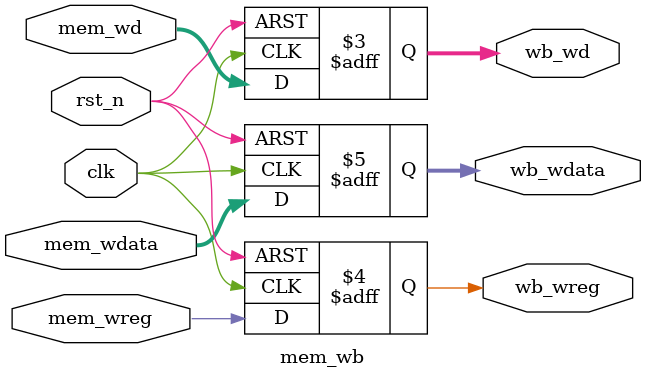
<source format=v>
`timescale 1ns / 1ps


module mem_wb(
    input                  rst_n,
    input                  clk,
    
    input [4:0]            mem_wd,
    input                  mem_wreg,
    input [31:0]           mem_wdata,

    output reg [4:0]       wb_wd,
    output reg             wb_wreg,
    output reg [31:0]      wb_wdata
    );

always @ (posedge clk or negedge rst_n) begin
    if(~rst_n) begin
        wb_wd <= 0;
        wb_wreg <= 0;
        wb_wdata <= 0;
    end
    else begin
        wb_wd <= mem_wd;
        wb_wreg <= mem_wreg;
        wb_wdata <= mem_wdata;
    end
end
endmodule

</source>
